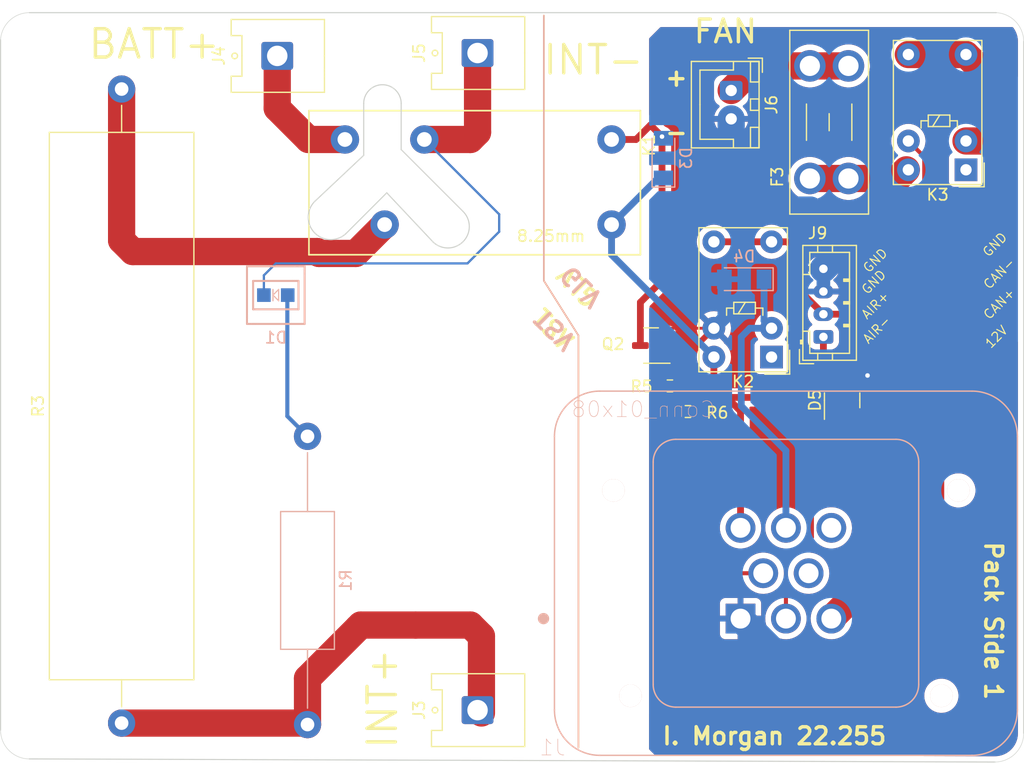
<source format=kicad_pcb>
(kicad_pcb (version 20211014) (generator pcbnew)
  (layers (0 "F.Cu" signal) (31 "B.Cu" signal) (34 "B.Paste" user) (35 "F.Paste" user) (36 "B.SilkS" user "B.Silkscreen") (37 "F.SilkS" user "F.Silkscreen") (38 "B.Mask" user) (39 "F.Mask" user) (44 "Edge.Cuts" user))
  (net 0 "")
  (net 1 "/INT-")
  (net 2 "Net-(D1-Pad2)")
  (net 3 "Net-(D3-Pad2)")
  (net 4 "/MAIN_CONT")
  (net 5 "GND")
  (net 6 "/AIR_B+")
  (net 7 "unconnected-(J1-Pad8)")
  (net 9 "/B+")
  (net 10 "+12V")
  (net 11 "/PRECHARGE")
  (net 12 "/AIR_B-")
  (net 13 "/INT+")
  (net 14 "Net-(K1-Pad5)")
  (net 16 "Net-(Q2-Pad1)")
  (net 17 "Net-(F3-Pad2)")
  (net 18 "/FAN_OUT")
  (net 19 "/BMS_FAN")
  (footprint "Connector_JST:JST_PH_B4B-PH-K_1x04_P2.00mm_Vertical" (layer "F.Cu") (at 186.182 78.105 90)
    (fp_text reference "J9" (at 9.144 -0.508) (layer "F.SilkS"))
    (fp_text value "JST PH")
    (fp_line (start -2.36 -2.11) (end -2.36 -0.86) (layer "F.SilkS") (width 0.12))
    (fp_line (start 8.06 0.8) (end 7.45 0.8) (layer "F.SilkS") (width 0.12))
    (fp_line (start 0.5 -1.81) (end 0.5 -1.2) (layer "F.SilkS") (width 0.12))
    (fp_line (start 2.9 2.3) (end 2.9 1.8) (layer "F.SilkS") (width 0.12))
    (fp_line (start -0.3 -1.81) (end -0.3 -2.01) (layer "F.SilkS") (width 0.12))
    (fp_line (start 0.9 2.3) (end 0.9 1.8) (layer "F.SilkS") (width 0.12))
    (fp_line (start 8.06 -0.5) (end 7.45 -0.5) (layer "F.SilkS") (width 0.12))
    (fp_line (start -2.06 -0.5) (end -1.45 -0.5) (layer "F.SilkS") (width 0.12))
    (fp_line (start -0.3 -1.91) (end -0.6 -1.91) (layer "F.SilkS") (width 0.12))
    (fp_line (start 5 2.3) (end 5 1.8) (layer "F.SilkS") (width 0.12))
    (fp_line (start -0.3 -2.01) (end -0.6 -2.01) (layer "F.SilkS") (width 0.12))
    (fp_line (start -2.06 -1.81) (end -2.06 2.91) (layer "F.SilkS") (width 0.12))
    (fp_line (start 1 2.3) (end 1 1.8) (layer "F.SilkS") (width 0.12))
    (fp_line (start 3 2.3) (end 3 1.8) (layer "F.SilkS") (width 0.12))
    (fp_line (start -1.45 2.3) (end 7.45 2.3) (layer "F.SilkS") (width 0.12))
    (fp_line (start -0.6 -2.01) (end -0.6 -1.81) (layer "F.SilkS") (width 0.12))
    (fp_line (start 4.9 1.8) (end 5.1 1.8) (layer "F.SilkS") (width 0.12))
    (fp_line (start 7.45 -1.2) (end 5.5 -1.2) (layer "F.SilkS") (width 0.12))
    (fp_line (start 7.45 2.3) (end 7.45 -1.2) (layer "F.SilkS") (width 0.12))
    (fp_line (start 8.06 -1.81) (end -2.06 -1.81) (layer "F.SilkS") (width 0.12))
    (fp_line (start -1.45 -1.2) (end -1.45 2.3) (layer "F.SilkS") (width 0.12))
    (fp_line (start -2.06 2.91) (end 8.06 2.91) (layer "F.SilkS") (width 0.12))
    (fp_line (start 3.1 1.8) (end 3.1 2.3) (layer "F.SilkS") (width 0.12))
    (fp_line (start -2.06 0.8) (end -1.45 0.8) (layer "F.SilkS") (width 0.12))
    (fp_line (start 8.06 2.91) (end 8.06 -1.81) (layer "F.SilkS") (width 0.12))
    (fp_line (start 5.5 -1.2) (end 5.5 -1.81) (layer "F.SilkS") (width 0.12))
    (fp_line (start 4.9 2.3) (end 4.9 1.8) (layer "F.SilkS") (width 0.12))
    (fp_line (start 5.1 1.8) (end 5.1 2.3) (layer "F.SilkS") (width 0.12))
    (fp_line (start 0.9 1.8) (end 1.1 1.8) (layer "F.SilkS") (width 0.12))
    (fp_line (start 0.5 -1.2) (end -1.45 -1.2) (layer "F.SilkS") (width 0.12))
    (fp_line (start -1.11 -2.11) (end -2.36 -2.11) (layer "F.SilkS") (width 0.12))
    (fp_line (start 2.9 1.8) (end 3.1 1.8) (layer "F.SilkS") (width 0.12))
    (fp_line (start 1.1 1.8) (end 1.1 2.3) (layer "F.SilkS") (width 0.12))
    (pad "1" thru_hole roundrect locked (at 0 0 90) (size 1.2 1.75) (drill 0.75) (layers *.Cu *.Mask) (roundrect_rratio 0.2083333333) (net 12 "/AIR_B-"))
    (pad "2" thru_hole oval locked (at 2 0 90) (size 1.2 1.75) (drill 0.75) (layers *.Cu *.Mask) (net 6 "/AIR_B+"))
    (pad "3" thru_hole oval locked (at 4 0 90) (size 1.2 1.75) (drill 0.75) (layers *.Cu *.Mask) (net 5 "GND"))
    (pad "4" thru_hole oval locked (at 6 0 90) (size 1.2 1.75) (drill 0.75) (layers *.Cu *.Mask) (net 5 "GND"))
  )
  (footprint "Relay_THT:Relay_SPDT_Omron_G5V-1" (layer "F.Cu") (at 198.7495 63.3775 180)
    (fp_text reference "K3" (at 2.5 -2.2) (layer "F.SilkS"))
    (fp_text value "G5V-1")
    (fp_line (start 3.327 3.81) (end 1.422 3.81) (layer "F.SilkS") (width 0.12))
    (fp_line (start 0.762 3.683) (end 0.762 4.318) (layer "F.SilkS") (width 0.12))
    (fp_line (start 6.4 11.4) (end -1.4 11.4) (layer "F.SilkS") (width 0.12))
    (fp_line (start 1.422 4.826) (end 3.327 4.826) (layer "F.SilkS") (width 0.12))
    (fp_line (start -1.4 -1.3) (end 6.4 -1.3) (layer "F.SilkS") (width 0.12))
    (fp_line (start 3.962 4.318) (end 3.327 4.318) (layer "F.SilkS") (width 0.12))
    (fp_line (start 1.422 3.81) (end 1.422 4.826) (layer "F.SilkS") (width 0.12))
    (fp_line (start 2.946 3.81) (end 2.311 4.826) (layer "F.SilkS") (width 0.12))
    (fp_line (start -1.6 0.6) (end -1.6 -1.5) (layer "F.SilkS") (width 0.12))
    (fp_line (start 3.962 3.683) (end 3.962 4.318) (layer "F.SilkS") (width 0.12))
    (fp_line (start 6.4 -1.3) (end 6.4 11.4) (layer "F.SilkS") (width 0.12))
    (fp_line (start 0.762 4.318) (end 1.422 4.318) (layer "F.SilkS") (width 0.12))
    (fp_line (start -1.4 11.4) (end -1.4 -1.3) (layer "F.SilkS") (width 0.12))
    (fp_line (start 3.327 3.81) (end 3.327 4.826) (layer "F.SilkS") (width 0.12))
    (fp_line (start -1.6 -1.5) (end 0.6 -1.5) (layer "F.SilkS") (width 0.12))
    (pad "1" thru_hole rect locked (at 0 0 180) (size 2 2) (drill 1) (layers *.Cu *.Mask))
    (pad "2" thru_hole circle locked (at 0 2.54 180) (size 2 2) (drill 1) (layers *.Cu *.Mask) (net 10 "+12V"))
    (pad "5" thru_hole circle locked (at 0 10.16 180) (size 2 2) (drill 1) (layers *.Cu *.Mask) (net 10 "+12V"))
    (pad "6" thru_hole circle locked (at 5.08 10.16 180) (size 2 2) (drill 1) (layers *.Cu *.Mask) (net 10 "+12V"))
    (pad "9" thru_hole circle locked (at 5.08 2.54 180) (size 2 2) (drill 1) (layers *.Cu *.Mask) (net 19 "/BMS_FAN"))
    (pad "10" thru_hole circle locked (at 5.08 0 180) (size 2 2) (drill 1) (layers *.Cu *.Mask) (net 18 "/FAN_OUT"))
  )
  (footprint "AERO_Footprints:G2RL" (layer "F.Cu") (at 154.813 64.516 180)
    (fp_text reference "K1" (at -16.002 3.302 90) (layer "F.SilkS"))
    (fp_text value "G2RL")
    (fp_line (start -15.24 -6.35) (end 13.97 -6.35) (layer "F.SilkS") (width 0.15))
    (fp_line (start 13.97 -6.35) (end 13.97 6.35) (layer "F.SilkS") (width 0.15))
    (fp_line (start -15.24 6.35) (end -15.24 -6.35) (layer "F.SilkS") (width 0.15))
    (fp_line (start 13.97 6.35) (end -15.24 6.35) (layer "F.SilkS") (width 0.15))
    (pad "1" thru_hole circle locked (at 3.8 3.81 180) (size 2.5 2.5) (drill 1.3) (layers *.Cu *.Mask) (net 1 "/INT-"))
    (pad "2" thru_hole circle locked (at -12.7 -3.69 180) (size 2.5 2.5) (drill 1.3) (layers *.Cu *.Mask) (net 12 "/AIR_B-"))
    (pad "5" thru_hole circle locked (at 7.3 -3.69 180) (size 2.5 2.5) (drill 1.3) (layers *.Cu *.Mask) (net 14 "Net-(K1-Pad5)"))
    (pad "9" thru_hole circle locked (at -12.7 3.81 180) (size 2.5 2.5) (drill 1.3) (layers *.Cu *.Mask) (net 3 "Net-(D3-Pad2)"))
    (pad "10" thru_hole circle locked (at 10.8 3.81 180) (size 2.5 2.5) (drill 1.3) (layers *.Cu *.Mask) (net 9 "/B+"))
  )
  (footprint "AERO_Footprints:Fuseholder_Blade_Mini_Keystone_3568" (layer "F.Cu") (at 184.99 64.142 90)
    (fp_text reference "F3" (at 0.134 -2.872 90) (layer "F.SilkS"))
    (fp_text value "Fuse")
    (fp_line (start 6.56 3.7) (end 3.36 3.7) (layer "F.SilkS") (width 0.12))
    (fp_line (start 13.06 -1.77) (end -3.14 -1.77) (layer "F.SilkS") (width 0.12))
    (fp_line (start 3.36 -0.3) (end 6.56 -0.3) (layer "F.SilkS") (width 0.12))
    (fp_line (start -3.14 5.17) (end 13.06 5.17) (layer "F.SilkS") (width 0.12))
    (fp_line (start 4.21 1.7) (end 5.71 1.7) (layer "F.SilkS") (width 0.12))
    (fp_line (start -3.14 -1.77) (end -3.14 5.17) (layer "F.SilkS") (width 0.12))
    (fp_line (start 13.06 5.17) (end 13.06 -1.77) (layer "F.SilkS") (width 0.12))
    (pad "1" thru_hole circle locked (at 0 3.4 90) (size 2.78 2.78) (drill 1.78) (layers *.Cu *.Mask) (net 18 "/FAN_OUT"))
    (pad "1" thru_hole circle locked (at 0 0 90) (size 2.78 2.78) (drill 1.78) (layers *.Cu *.Mask) (net 18 "/FAN_OUT"))
    (pad "2" thru_hole circle locked (at 9.92 0 90) (size 2.78 2.78) (drill 1.78) (layers *.Cu *.Mask) (net 17 "Net-(F3-Pad2)"))
    (pad "2" thru_hole circle locked (at 9.92 3.4 90) (size 2.78 2.78) (drill 1.78) (layers *.Cu *.Mask) (net 17 "Net-(F3-Pad2)"))
  )
  (footprint "Connector_Hirose:Hirose_DF63M-1P-3.96DSA_1x01_P3.96mm_Vertical" (layer "F.Cu") (at 155.702 110.998 90)
    (fp_text reference "J3" (at 0 -5.15 90) (layer "F.SilkS"))
    (fp_text value "Conn_01x01")
    (fp_line (start 0 4.16) (end 3.21 4.16) (layer "F.SilkS") (width 0.12))
    (fp_line (start 3.21 4.16) (end 3.21 -4.06) (layer "F.SilkS") (width 0.12))
    (fp_line (start 1.79 -4.06) (end 1.79 -3.11) (layer "F.SilkS") (width 0.12))
    (fp_line (start 3.21 -4.06) (end 1.79 -4.06) (layer "F.SilkS") (width 0.12))
    (fp_line (start 1.79 -3.11) (end 0 -3.11) (layer "F.SilkS") (width 0.12))
    (fp_line (start -3.21 -4.06) (end -1.79 -4.06) (layer "F.SilkS") (width 0.12))
    (fp_line (start 0 4.16) (end -3.21 4.16) (layer "F.SilkS") (width 0.12))
    (fp_line (start -1.79 -3.11) (end 0 -3.11) (layer "F.SilkS") (width 0.12))
    (fp_line (start -1.79 -4.06) (end -1.79 -3.11) (layer "F.SilkS") (width 0.12))
    (fp_line (start -3.21 4.16) (end -3.21 -4.06) (layer "F.SilkS") (width 0.12))
    (fp_circle (center 0 -3.75) (end 0.25 -3.75) (layer "F.SilkS") (width 0.12) (fill none))
    (pad "" np_thru_hole circle locked (at -1.5 3.25 90) (size 1.6 1.6) (drill 1.6) (layers *.Cu *.Mask))
    (pad "1" thru_hole roundrect locked (at 0 0 90) (size 2.46 2.8) (drill 1.8) (layers *.Cu *.Mask) (roundrect_rratio 0.1016260163) (net 13 "/INT+"))
  )
  (footprint "Package_TO_SOT_SMD:SOT-23" (layer "F.Cu") (at 170.9905 78.867 180)
    (fp_text reference "Q2" (at 3.3505 0.127) (layer "F.SilkS"))
    (fp_text value "MMBT2222A")
    (fp_line (start 0 -1.56) (end -1.675 -1.56) (layer "F.SilkS") (width 0.12))
    (fp_line (start 0 -1.56) (end 0.65 -1.56) (layer "F.SilkS") (width 0.12))
    (fp_line (start 0 1.56) (end -0.65 1.56) (layer "F.SilkS") (width 0.12))
    (fp_line (start 0 1.56) (end 0.65 1.56) (layer "F.SilkS") (width 0.12))
    (pad "1" smd roundrect locked (at -0.9375 -0.95 180) (size 1.475 0.6) (layers "F.Cu" "F.Paste" "F.Mask") (net 16 "Net-(Q2-Pad1)"))
    (pad "2" smd roundrect locked (at -0.9375 0.95 180) (size 1.475 0.6) (layers "F.Cu" "F.Paste" "F.Mask") (net 5 "GND"))
    (pad "3" smd roundrect locked (at 0.9375 0 180) (size 1.475 0.6) (layers "F.Cu" "F.Paste" "F.Mask") (net 3 "Net-(D3-Pad2)"))
  )
  (footprint "Connector_JST:JST_XH_B2B-XH-A_1x02_P2.50mm_Vertical" (layer "F.Cu") (at 178.054 56.388 -90)
    (fp_text reference "J6" (at 1.25 -3.55 90) (layer "F.SilkS"))
    (fp_text value "Conn_01x02")
    (fp_line (start -2.55 -1.7) (end -0.75 -1.7) (layer "F.SilkS") (width 0.12))
    (fp_line (start -0.75 -2.45) (end -2.55 -2.45) (layer "F.SilkS") (width 0.12))
    (fp_line (start 5.06 -2.46) (end -2.56 -2.46) (layer "F.SilkS") (width 0.12))
    (fp_line (start -0.75 -1.7) (end -0.75 -2.45) (layer "F.SilkS") (width 0.12))
    (fp_line (start -1.8 2.75) (end 1.25 2.75) (layer "F.SilkS") (width 0.12))
    (fp_line (start -1.6 -2.75) (end -2.85 -2.75) (layer "F.SilkS") (width 0.12))
    (fp_line (start 0.75 -2.45) (end 0.75 -1.7) (layer "F.SilkS") (width 0.12))
    (fp_line (start 5.06 3.51) (end 5.06 -2.46) (layer "F.SilkS") (width 0.12))
    (fp_line (start 5.05 -1.7) (end 5.05 -2.45) (layer "F.SilkS") (width 0.12))
    (fp_line (start 1.75 -1.7) (end 1.75 -2.45) (layer "F.SilkS") (width 0.12))
    (fp_line (start 1.75 -2.45) (end 0.75 -2.45) (layer "F.SilkS") (width 0.12))
    (fp_line (start 4.3 2.75) (end 1.25 2.75) (layer "F.SilkS") (width 0.12))
    (fp_line (start -2.55 -2.45) (end -2.55 -1.7) (layer "F.SilkS") (width 0.12))
    (fp_line (start 0.75 -1.7) (end 1.75 -1.7) (layer "F.SilkS") (width 0.12))
    (fp_line (start 5.05 -0.2) (end 4.3 -0.2) (layer "F.SilkS") (width 0.12))
    (fp_line (start 5.05 -2.45) (end 3.25 -2.45) (layer "F.SilkS") (width 0.12))
    (fp_line (start -2.56 3.51) (end 5.06 3.51) (layer "F.SilkS") (width 0.12))
    (fp_line (start -2.56 -2.46) (end -2.56 3.51) (layer "F.SilkS") (width 0.12))
    (fp_line (start 3.25 -2.45) (end 3.25 -1.7) (layer "F.SilkS") (width 0.12))
    (fp_line (start 3.25 -1.7) (end 5.05 -1.7) (layer "F.SilkS") (width 0.12))
    (fp_line (start -2.85 -2.75) (end -2.85 -1.5) (layer "F.SilkS") (width 0.12))
    (fp_line (start -2.55 -0.2) (end -1.8 -0.2) (layer "F.SilkS") (width 0.12))
    (fp_line (start 4.3 -0.2) (end 4.3 2.75) (layer "F.SilkS") (width 0.12))
    (fp_line (start -1.8 -0.2) (end -1.8 2.75) (layer "F.SilkS") (width 0.12))
    (pad "1" thru_hole roundrect locked (at 0 0 270) (size 1.7 2) (drill 1) (layers *.Cu *.Mask) (roundrect_rratio 0.1470588235) (net 17 "Net-(F3-Pad2)"))
    (pad "2" thru_hole oval locked (at 2.5 0 270) (size 1.7 2) (drill 1) (layers *.Cu *.Mask) (net 5 "GND"))
  )
  (footprint "Resistor_SMD:R_0603_1608Metric" (layer "F.Cu") (at 172.656 82.423)
    (fp_text reference "R5" (at -2.5014 0.0508) (layer "F.SilkS"))
    (fp_text value "10k")
    (fp_line (start -0.237258 -0.5225) (end 0.237258 -0.5225) (layer "F.SilkS") (width 0.12))
    (fp_line (start -0.237258 0.5225) (end 0.237258 0.5225) (layer "F.SilkS") (width 0.12))
    (pad "1" smd roundrect locked (at -0.825 0) (size 0.8 0.95) (layers "F.Cu" "F.Paste" "F.Mask") (net 16 "Net-(Q2-Pad1)"))
    (pad "2" smd roundrect locked (at 0.825 0) (size 0.8 0.95) (layers "F.Cu" "F.Paste" "F.Mask") (net 11 "/PRECHARGE"))
  )
  (footprint "Resistor_THT:R_Axial_Power_L48.0mm_W12.5mm_P55.88mm" (layer "F.Cu") (at 124.333 112.141 90)
    (fp_text reference "R3" (at 27.94 -7.37 90) (layer "F.SilkS"))
    (fp_text value "500")
    (fp_line (start 52.06 6.37) (end 52.06 -6.37) (layer "F.SilkS") (width 0.12))
    (fp_line (start 3.82 6.37) (end 52.06 6.37) (layer "F.SilkS") (width 0.12))
    (fp_line (start 1.44 0) (end 3.82 0) (layer "F.SilkS") (width 0.12))
    (fp_line (start 52.06 -6.37) (end 3.82 -6.37) (layer "F.SilkS") (width 0.12))
    (fp_line (start 54.44 0) (end 52.06 0) (layer "F.SilkS") (width 0.12))
    (fp_line (start 3.82 -6.37) (end 3.82 6.37) (layer "F.SilkS") (width 0.12))
    (pad "1" thru_hole circle (at 0 0 90) (size 2.4 2.4) (drill 1.2) (layers *.Cu *.Mask) (net 13 "/INT+"))
    (pad "2" thru_hole oval (at 55.88 0 90) (size 2.4 2.4) (drill 1.2) (layers *.Cu *.Mask) (net 14 "Net-(K1-Pad5)"))
  )
  (footprint "Connector_Hirose:Hirose_DF63M-1P-3.96DSA_1x01_P3.96mm_Vertical" (layer "F.Cu") (at 138.049 53.34 90)
    (fp_text reference "J4" (at 0 -5.15 90) (layer "F.SilkS"))
    (fp_text value "Conn_01x01")
    (fp_line (start 0 4.16) (end 3.21 4.16) (layer "F.SilkS") (width 0.12))
    (fp_line (start -1.79 -3.11) (end 0 -3.11) (layer "F.SilkS") (width 0.12))
    (fp_line (start 0 4.16) (end -3.21 4.16) (layer "F.SilkS") (width 0.12))
    (fp_line (start 3.21 -4.06) (end 1.79 -4.06) (layer "F.SilkS") (width 0.12))
    (fp_line (start -1.79 -4.06) (end -1.79 -3.11) (layer "F.SilkS") (width 0.12))
    (fp_line (start 1.79 -4.06) (end 1.79 -3.11) (layer "F.SilkS") (width 0.12))
    (fp_line (start 1.79 -3.11) (end 0 -3.11) (layer "F.SilkS") (width 0.12))
    (fp_line (start 3.21 4.16) (end 3.21 -4.06) (layer "F.SilkS") (width 0.12))
    (fp_line (start -3.21 -4.06) (end -1.79 -4.06) (layer "F.SilkS") (width 0.12))
    (fp_line (start -3.21 4.16) (end -3.21 -4.06) (layer "F.SilkS") (width 0.12))
    (fp_circle (center 0 -3.75) (end 0.25 -3.75) (layer "F.SilkS") (width 0.12) (fill none))
    (pad "" np_thru_hole circle locked (at -1.5 3.25 90) (size 1.6 1.6) (drill 1.6) (layers *.Cu *.Mask))
    (pad "1" thru_hole roundrect locked (at 0 0 90) (size 2.46 2.8) (drill 1.8) (layers *.Cu *.Mask) (roundrect_rratio 0.1016260163) (net 9 "/B+"))
  )
  (footprint "Package_TO_SOT_SMD:SOT-23" (layer "F.Cu") (at 187.833 83.693 90)
    (fp_text reference "D5" (at 0 -2.4 90) (layer "F.SilkS"))
    (fp_text value "MMBZxx")
    (fp_line (start 0 -1.56) (end -1.675 -1.56) (layer "F.SilkS") (width 0.12))
    (fp_line (start 0 1.56) (end 0.65 1.56) (layer "F.SilkS") (width 0.12))
    (fp_line (start 0 -1.56) (end 0.65 -1.56) (layer "F.SilkS") (width 0.12))
    (fp_line (start 0 1.56) (end -0.65 1.56) (layer "F.SilkS") (width 0.12))
    (pad "1" smd roundrect locked (at -0.9375 -0.95 90) (size 1.475 0.6) (layers "F.Cu" "F.Paste" "F.Mask") (net 12 "/AIR_B-"))
    (pad "2" smd roundrect locked (at -0.9375 0.95 90) (size 1.475 0.6) (layers "F.Cu" "F.Paste" "F.Mask") (net 6 "/AIR_B+"))
    (pad "3" smd roundrect locked (at 0.9375 0 90) (size 1.475 0.6) (layers "F.Cu" "F.Paste" "F.Mask") (net 5 "GND"))
  )
  (footprint "Connector_Hirose:Hirose_DF63M-1P-3.96DSA_1x01_P3.96mm_Vertical" (layer "F.Cu") (at 155.702 53.086 90)
    (fp_text reference "J5" (at 0 -5.15 90) (layer "F.SilkS"))
    (fp_text value "Conn_01x01")
    (fp_line (start -1.79 -4.06) (end -1.79 -3.11) (layer "F.SilkS") (width 0.12))
    (fp_line (start 1.79 -4.06) (end 1.79 -3.11) (layer "F.SilkS") (width 0.12))
    (fp_line (start 3.21 -4.06) (end 1.79 -4.06) (layer "F.SilkS") (width 0.12))
    (fp_line (start -3.21 4.16) (end -3.21 -4.06) (layer "F.SilkS") (width 0.12))
    (fp_line (start -3.21 -4.06) (end -1.79 -4.06) (layer "F.SilkS") (width 0.12))
    (fp_line (start 0 4.16) (end 3.21 4.16) (layer "F.SilkS") (width 0.12))
    (fp_line (start 0 4.16) (end -3.21 4.16) (layer "F.SilkS") (width 0.12))
    (fp_line (start -1.79 -3.11) (end 0 -3.11) (layer "F.SilkS") (width 0.12))
    (fp_line (start 1.79 -3.11) (end 0 -3.11) (layer "F.SilkS") (width 0.12))
    (fp_line (start 3.21 4.16) (end 3.21 -4.06) (layer "F.SilkS") (width 0.12))
    (fp_circle (center 0 -3.75) (end 0.25 -3.75) (layer "F.SilkS") (width 0.12) (fill none))
    (pad "" np_thru_hole circle locked (at -1.5 3.25 90) (size 1.6 1.6) (drill 1.6) (layers *.Cu *.Mask))
    (pad "1" thru_hole roundrect locked (at 0 0 90) (size 2.46 2.8) (drill 1.8) (layers *.Cu *.Mask) (roundrect_rratio 0.1016260163) (net 1 "/INT-"))
  )
  (footprint "Resistor_SMD:R_0603_1608Metric" (layer "F.Cu") (at 174.244 84.6836 180)
    (fp_text reference "R6" (at -2.5908 -0.1016) (layer "F.SilkS"))
    (fp_text value "2k")
    (fp_line (start -0.237258 -0.5225) (end 0.237258 -0.5225) (layer "F.SilkS") (width 0.12))
    (fp_line (start -0.237258 0.5225) (end 0.237258 0.5225) (layer "F.SilkS") (width 0.12))
    (pad "1" smd roundrect locked (at -0.825 0 180) (size 0.8 0.95) (layers "F.Cu" "F.Paste" "F.Mask") (net 5 "GND"))
    (pad "2" smd roundrect locked (at 0.825 0 180) (size 0.8 0.95) (layers "F.Cu" "F.Paste" "F.Mask") (net 11 "/PRECHARGE"))
  )
  (footprint "Relay_THT:Relay_SPDT_Omron_G5V-1" (layer "F.Cu") (at 181.61 79.883 180)
    (fp_text reference "K2" (at 2.5 -2.159) (layer "F.SilkS"))
    (fp_text value "G5V-1")
    (fp_line (start -1.6 -1.5) (end 0.6 -1.5) (layer "F.SilkS") (width 0.12))
    (fp_line (start 0.762 3.683) (end 0.762 4.318) (layer "F.SilkS") (width 0.12))
    (fp_line (start 3.962 3.683) (end 3.962 4.318) (layer "F.SilkS") (width 0.12))
    (fp_line (start -1.4 -1.3) (end 6.4 -1.3) (layer "F.SilkS") (width 0.12))
    (fp_line (start 1.422 4.826) (end 3.327 4.826) (layer "F.SilkS") (width 0.12))
    (fp_line (start 6.4 11.4) (end -1.4 11.4) (layer "F.SilkS") (width 0.12))
    (fp_line (start 3.327 3.81) (end 1.422 3.81) (layer "F.SilkS") (width 0.12))
    (fp_line (start 6.4 -1.3) (end 6.4 11.4) (layer "F.SilkS") (width 0.12))
    (fp_line (start -1.6 0.6) (end -1.6 -1.5) (layer "F.SilkS") (width 0.12))
    (fp_line (start 2.946 3.81) (end 2.311 4.826) (layer "F.SilkS") (width 0.12))
    (fp_line (start 1.422 3.81) (end 1.422 4.826) (layer "F.SilkS") (width 0.12))
    (fp_line (start 0.762 4.318) (end 1.422 4.318) (layer "F.SilkS") (width 0.12))
    (fp_line (start 3.327 3.81) (end 3.327 4.826) (layer "F.SilkS") (width 0.12))
    (fp_line (start -1.4 11.4) (end -1.4 -1.3) (layer "F.SilkS") (width 0.12))
    (fp_line (start 3.962 4.318) (end 3.327 4.318) (layer "F.SilkS") (width 0.12))
    (pad "1" thru_hole rect locked (at 0 0 180) (size 2 2) (drill 1) (layers *.Cu *.Mask))
    (pad "2" thru_hole circle locked (at 0 2.54 180) (size 2 2) (drill 1) (layers *.Cu *.Mask) (net 4 "/MAIN_CONT"))
    (pad "5" thru_hole circle locked (at 0 10.16 180) (size 2 2) (drill 1) (layers *.Cu *.Mask) (net 6 "/AIR_B+"))
    (pad "6" thru_hole circle locked (at 5.08 10.16 180) (size 2 2) (drill 1) (layers *.Cu *.Mask) (net 6 "/AIR_B+"))
    (pad "9" thru_hole circle locked (at 5.08 2.54 180) (size 2 2) (drill 1) (layers *.Cu *.Mask) (net 5 "GND"))
    (pad "10" thru_hole circle locked (at 5.08 0 180) (size 2 2) (drill 1) (layers *.Cu *.Mask) (net 12 "/AIR_B-"))
  )
  (footprint "Diode_SMD:D_MiniMELF" (layer "B.Cu") (at 172.085 62.35 90)
    (fp_text reference "D3" (at 0 2 90) (layer "B.SilkS") (effects (justify mirror)))
    (fp_text value "1N4148")
    (fp_line (start -2.55 -1) (end 1.75 -1) (layer "B.SilkS") (width 0.12))
    (fp_line (start 1.75 1) (end -2.55 1) (layer "B.SilkS") (width 0.12))
    (fp_line (start -2.55 1) (end -2.55 -1) (layer "B.SilkS") (width 0.12))
    (pad "1" smd rect locked (at -1.75 0 90) (size 1.3 1.7) (layers "B.Cu" "B.Paste" "B.Mask") (net 12 "/AIR_B-"))
    (pad "2" smd rect locked (at 1.75 0 90) (size 1.3 1.7) (layers "B.Cu" "B.Paste" "B.Mask") (net 3 "Net-(D3-Pad2)"))
  )
  (footprint "Diode_SMD:D_MiniMELF" (layer "B.Cu") (at 179.2025 73.0205 180)
    (fp_text reference "D4" (at 0 2) (layer "B.SilkS") (effects (justify mirror)))
    (fp_text value "1N4148")
    (fp_line (start -2.55 1) (end -2.55 -1) (layer "B.SilkS") (width 0.12))
    (fp_line (start 1.75 1) (end -2.55 1) (layer "B.SilkS") (width 0.12))
    (fp_line (start -2.55 -1) (end 1.75 -1) (layer "B.SilkS") (width 0.12))
    (pad "1" smd rect locked (at -1.75 0 180) (size 1.3 1.7) (layers "B.Cu" "B.Paste" "B.Mask") (net 4 "/MAIN_CONT"))
    (pad "2" smd rect locked (at 1.75 0 180) (size 1.3 1.7) (layers "B.Cu" "B.Paste" "B.Mask") (net 5 "GND"))
  )
  (footprint "AERO_Footprints:TE_1-776276-1_8pin_Vertical" (layer "B.Cu") (at 182.88 98.933)
    (fp_text reference "J1" (at -20.574 15.367) (layer "B.SilkS") (effects (font (size 1.40074 1.40074) (thickness 0.05)) (justify mirror)))
    (fp_text value "Conn_01x08" (at -12.5639 -14.4485) (layer "B.SilkS") (effects (font (size 1.40099 1.40099) (thickness 0.05)) (justify mirror)))
    (fp_line (start 11.7 9.8) (end 11.7 -9.8) (layer "B.SilkS") (width 0.127))
    (fp_line (start 16.4 16.05) (end -16.4 16.05) (layer "B.SilkS") (width 0.127))
    (fp_line (start 9.7 -11.8) (end -9.7 -11.8) (layer "B.SilkS") (width 0.127))
    (fp_line (start -16.4 -16.05) (end 16.4 -16.05) (layer "B.SilkS") (width 0.127))
    (fp_line (start -20.4 12.05) (end -20.4 -12.05) (layer "B.SilkS") (width 0.127))
    (fp_line (start 20.4 -12.05) (end 20.4 12.05) (layer "B.SilkS") (width 0.127))
    (fp_line (start -9.7 11.8) (end 9.7 11.8) (layer "B.SilkS") (width 0.127))
    (fp_line (start -11.7 -9.8) (end -11.7 9.8) (layer "B.SilkS") (width 0.127))
    (fp_arc (start -11.7 -9.8) (mid -11.114214 -11.214214) (end -9.7 -11.8) (layer "B.SilkS") (width 0.127))
    (fp_arc (start -20.4 -12.05) (mid -19.228427 -14.878427) (end -16.4 -16.05) (layer "B.SilkS") (width 0.127))
    (fp_arc (start 16.4 -16.05) (mid 19.228427 -14.878427) (end 20.4 -12.05) (layer "B.SilkS") (width 0.127))
    (fp_arc (start 9.7 -11.8) (mid 11.114214 -11.214214) (end 11.7 -9.8) (layer "B.SilkS") (width 0.127))
    (fp_arc (start 11.7 9.8) (mid 11.114214 11.214214) (end 9.7 11.8) (layer "B.SilkS") (width 0.127))
    (fp_arc (start 20.4 12.05) (mid 19.228427 14.878427) (end 16.4 16.05) (layer "B.SilkS") (width 0.127))
    (fp_arc (start -9.7 11.8) (mid -11.114214 11.214214) (end -11.7 9.8) (layer "B.SilkS") (width 0.127))
    (fp_arc (start -16.4 16.05) (mid -19.228427 14.878427) (end -20.4 12.05) (layer "B.SilkS") (width 0.127))
    (fp_circle (center -21.365 4) (end -21.115 4) (layer "B.SilkS") (width 0.5) (fill none))
    (pad "" np_thru_hole circle locked (at 13.7 10.8) (size 2 2) (drill 2) (layers *.Cu *.Mask "B.SilkS"))
    (pad "" np_thru_hole circle locked (at -15.2 -7.3) (size 2 2) (drill 2) (layers *.Cu *.Mask "B.SilkS"))
    (pad "" np_thru_hole circle locked (at 15.2 -7.3) (size 2 2) (drill 2) (layers *.Cu *.Mask "B.SilkS"))
    (pad "" np_thru_hole circle locked (at -13.7 10.8) (size 2 2) (drill 2) (layers *.Cu *.Mask "B.SilkS"))
    (pad "1" thru_hole rect locked (at -4 4) (size 2.625 2.625) (drill 1.75) (layers *.Cu *.Mask) (net 5 "GND"))
    (pad "2" thru_hole circle locked (at 0 4) (size 2.625 2.625) (drill 1.75) (layers *.Cu *.Mask) (net 19 "/BMS_FAN"))
    (pad "3" thru_hole circle locked (at 4 4) (size 2.625 2.625) (drill 1.75) (layers *.Cu *.Mask) (net 10 "+12V"))
    (pad "4" thru_hole circle locked (at -2 0) (size 2.625 2.625) (drill 1.75) (layers *.Cu *.Mask) (net 11 "/PRECHARGE"))
    (pad "5" thru_hole circle locked (at 2 0) (size 2.625 2.625) (drill 1.75) (layers *.Cu *.Mask))
    (pad "6" thru_hole circle locked (at -4 -4) (size 2.625 2.625) (drill 1.75) (layers *.Cu *.Mask) (net 12 "/AIR_B-"))
    (pad "7" thru_hole circle locked (at 0 -4) (size 2.625 2.625) (drill 1.75) (layers *.Cu *.Mask) (net 4 "/MAIN_CONT"))
    (pad "8" thru_hole circle locked (at 4 -4) (size 2.625 2.625) (drill 1.75) (layers *.Cu *.Mask) (net 7 "unconnected-(J1-Pad8)"))
  )
  (footprint "Resistor_THT:R_Axial_DIN0414_L11.9mm_D4.5mm_P25.40mm_Horizontal" (layer "B.Cu") (at 140.716 112.268 90)
    (fp_text reference "R1" (at 12.7 3.37 90) (layer "B.SilkS") (effects (justify mirror)))
    (fp_text value "1.5k")
    (fp_line (start 18.77 -2.37) (end 18.77 2.37) (layer "B.SilkS") (width 0.12))
    (fp_line (start 6.63 2.37) (end 6.63 -2.37) (layer "B.SilkS") (width 0.12))
    (fp_line (start 1.44 0) (end 6.63 0) (layer "B.SilkS") (width 0.12))
    (fp_line (start 18.77 2.37) (end 6.63 2.37) (layer "B.SilkS") (width 0.12))
    (fp_line (start 6.63 -2.37) (end 18.77 -2.37) (layer "B.SilkS") (width 0.12))
    (fp_line (start 23.96 0) (end 18.77 0) (layer "B.SilkS") (width 0.12))
    (pad "1" thru_hole circle locked (at 0 0 90) (size 2.4 2.4) (drill 1.2) (layers *.Cu *.Mask) (net 13 "/INT+"))
    (pad "2" thru_hole oval locked (at 25.4 0 90) (size 2.4 2.4) (drill 1.2) (layers *.Cu *.Mask) (net 2 "Net-(D1-Pad2)"))
  )
  (footprint "AERO_Footprints:LPA-C011301S-x LED 0805 LIGHT PIPE SINGLE VERT SMD" (layer "B.Cu") (at 137.922 74.422)
    (fp_text reference "D1" (at 0 3.75 180) (layer "B.SilkS") (effects (justify mirror)))
    (fp_text value "LED")
    (fp_line (start -2 -1.25) (end -2 1.25) (layer "B.SilkS") (width 0.18))
    (fp_line (start 2 -1.25) (end -2 -1.25) (layer "B.SilkS") (width 0.18))
    (fp_line (start -2 1.25) (end 2 1.25) (layer "B.SilkS") (width 0.18))
    (fp_line (start 2.54 2.54) (end 2.54 -2.54) (layer "B.SilkS") (width 0.18))
    (fp_line (start -0.25 0) (end 0.25 0.5) (layer "B.SilkS") (width 0.1))
    (fp_line (start -2.54 -2.54) (end -2.54 2.54) (layer "B.SilkS") (width 0.18))
    (fp_line (start 2.54 -2.54) (end -2.54 -2.54) (layer "B.SilkS") (width 0.18))
    (fp_line (start 0.25 0.5) (end 0.25 -0.5) (layer "B.SilkS") (width 0.1))
    (fp_line (start -0.25 0.5) (end -0.25 -0.5) (layer "B.SilkS") (width 0.1))
    (fp_line (start 0.25 -0.5) (end -0.25 0) (layer "B.SilkS") (width 0.1))
    (fp_line (start 2 1.25) (end 2 -1.25) (layer "B.SilkS") (width 0.18))
    (fp_line (start -2.54 2.54) (end 2.54 2.54) (layer "B.SilkS") (width 0.18))
    (pad "" np_thru_hole circle locked (at 1.89 -1.89) (size 1 1) (drill 1) (layers *.Cu *.Mask))
    (pad "" np_thru_hole circle locked (at -1.89 1.89) (size 1 1) (drill 1) (layers *.Cu *.Mask))
    (pad "1" smd rect locked (at -1.05 0) (size 1.2 1.2) (layers "B.Cu" "B.Paste" "B.Mask") (net 1 "/INT-"))
    (pad "2" smd rect locked (at 1.05 0) (size 1.2 1.2) (layers "B.Cu" "B.Paste" "B.Mask") (net 2 "Net-(D1-Pad2)"))
  )
  (gr_line (start 161.544 73.152) (end 161.544 49.784) (layer "B.SilkS") (width 0.15))
  (gr_line (start 164.592 77.978) (end 164.592 114.3) (layer "B.SilkS") (width 0.15))
  (gr_line (start 164.592 77.978) (end 161.544 73.152) (layer "B.SilkS") (width 0.15))
  (gr_line (start 161.544 73.152) (end 161.544 49.784) (layer "F.SilkS") (width 0.15))
  (gr_line (start 164.592 77.978) (end 164.592 114.3) (layer "F.SilkS") (width 0.15))
  (gr_line (start 164.592 77.978) (end 161.544 73.152) (layer "F.SilkS") (width 0.15))
  (gr_line (start 144.145 68.961) (end 147.701 65.405) (layer "Edge.Cuts") (width 0.1))
  (gr_arc (start 154.431999 67.056001) (mid 154.431999 69.722999) (end 151.765001 69.722999) (layer "Edge.Cuts") (width 0.1))
  (gr_line (start 154.431999 67.056001) (end 148.971 61.595) (layer "Edge.Cuts") (width 0.1))
  (gr_arc (start 144.145 68.961) (mid 141.351 68.961) (end 141.351 66.167) (layer "Edge.Cuts") (width 0.1))
  (gr_arc (start 116.205 115.297949) (mid 114.408949 114.554) (end 113.665 112.757949) (layer "Edge.Cuts") (width 0.05))
  (gr_line (start 151.765 69.723) (end 147.701 65.405) (layer "Edge.Cuts") (width 0.1))
  (gr_line (start 201.422 49.53) (end 116.205 49.53) (layer "Edge.Cuts") (width 0.1))
  (gr_line (start 203.835 113.03) (end 203.835 52.07) (layer "Edge.Cuts") (width 0.1))
  (gr_arc (start 201.422 49.53) (mid 203.131697 50.321963) (end 203.835 52.07) (layer "Edge.Cuts") (width 0.05))
  (gr_arc (start 145.669 57.531) (mid 147.32 55.88) (end 148.971 57.531) (layer "Edge.Cuts") (width 0.1))
  (gr_line (start 148.971 61.595) (end 148.971 57.531) (layer "Edge.Cuts") (width 0.1))
  (gr_line (start 113.665 51.924949) (end 113.665 112.757949) (layer "Edge.Cuts") (width 0.1))
  (gr_line (start 141.351 66.167) (end 145.669 62.103) (layer "Edge.Cuts") (width 0.1))
  (gr_line (start 145.669 57.531) (end 145.669 62.103) (layer "Edge.Cuts") (width 0.1))
  (gr_arc (start 113.665 51.924949) (mid 114.459478 50.223153) (end 116.205 49.53) (layer "Edge.Cuts") (width 0.05))
  (gr_line (start 116.205 115.297949) (end 201.295 115.57) (layer "Edge.Cuts") (width 0.1))
  (gr_arc (start 203.835 113.03) (mid 203.091051 114.826051) (end 201.295 115.57) (layer "Edge.Cuts") (width 0.05))
  (gr_text "GLV" (at 164.846 73.66 135) (layer "B.SilkS") (effects (font (size 1.5 1.5) (thickness 0.3)) (justify mirror)))
  (gr_text "TSV" (at 162.56 77.47 135) (layer "B.SilkS") (effects (font (size 1.5 1.5) (thickness 0.3)) (justify mirror)))
  (gr_text "CAN+" (at 201.676 75.184 45) (layer "F.SilkS") (effects (font (size 0.8 0.8) (thickness 0.1))))
  (gr_text "12V" (at 201.422 78.105 45) (layer "F.SilkS") (effects (font (size 0.8 0.8) (thickness 0.1))))
  (gr_text "AIR-" (at 190.881 77.47 45) (layer "F.SilkS") (effects (font (size 0.8 0.8) (thickness 0.1))))
  (gr_text "I. Morgan 22.255" (at 181.864 113.284) (layer "F.SilkS") (effects (font (size 1.5 1.5) (thickness 0.3))))
  (gr_text "INT-" (at 165.9128 53.6956) (layer "F.SilkS") (effects (font (size 2.5 2.5) (thickness 0.3))))
  (gr_text "AIR+" (at 190.754 75.311 45) (layer "F.SilkS") (effects (font (size 0.8 0.8) (thickness 0.1))))
  (gr_text "GLV" (at 164.592 73.66 135) (layer "F.SilkS") (effects (font (size 1.5 1.5) (thickness 0.3))))
  (gr_text "BATT+" (at 127.2032 52.2986) (layer "F.SilkS") (effects (font (size 2.5 2.5) (thickness 0.3))))
  (gr_text "GND" (at 190.627 73.279 45) (layer "F.SilkS") (effects (font (size 0.8 0.8) (thickness 0.1))))
  (gr_text "INT+" (at 147.32 109.982 90) (layer "F.SilkS") (effects (font (size 2.5 2.5) (thickness 0.3))))
  (gr_text "FAN" (at 177.546 51.181) (layer "F.SilkS") (effects (font (size 2 2) (thickness 0.3))))
  (gr_text "+\n\n-" (at 173.228 57.658) (layer "F.SilkS") (effects (font (size 1.5 1.5) (thickness 0.3))))
  (gr_text "Pack Side 1" (at 201.168 103.124 270) (layer "F.SilkS") (effects (font (size 1.5 1.5) (thickness 0.3))))
  (gr_text "GND" (at 190.754 71.374 45) (layer "F.SilkS") (effects (font (size 0.8 0.8) (thickness 0.1))))
  (gr_text "GND" (at 201.295 69.977 45) (layer "F.SilkS") (effects (font (size 0.8 0.8) (thickness 0.1))))
  (gr_text "CAN-\n" (at 201.676 72.517 45) (layer "F.SilkS") (effects (font (size 0.8 0.8) (thickness 0.1))))
  (gr_text "TSV" (at 162.306 77.47 315) (layer "F.SilkS") (effects (font (size 1.5 1.5) (thickness 0.3))))
  (gr_text "8.25mm " (at 162.56 69.215) (layer "F.SilkS") (effects (font (size 1 1))))
  (segment (start 155.702 60.071) (end 155.702 53.086) (width 2.4) (layer "F.Cu") (net 1))
  (segment (start 151.013 60.706) (end 155.067 60.706) (width 2.4) (layer "F.Cu") (net 1))
  (segment (start 155.067 60.706) (end 155.702 60.071) (width 2.4) (layer "F.Cu") (net 1))
  (segment (start 136.872 72.678) (end 137.922 71.628) (width 0.2) (layer "B.Cu") (net 1))
  (segment (start 154.813 71.628) (end 157.607 68.834) (width 0.2) (layer "B.Cu") (net 1))
  (segment (start 137.922 71.628) (end 154.813 71.628) (width 0.2) (layer "B.Cu") (net 1))
  (segment (start 157.607 68.834) (end 157.607 67.3) (width 0.2) (layer "B.Cu") (net 1))
  (segment (start 136.872 74.422) (end 136.872 72.678) (width 0.2) (layer "B.Cu") (net 1))
  (segment (start 157.607 67.3) (end 151.013 60.706) (width 0.2) (layer "B.Cu") (net 1))
  (segment (start 138.938 85.09) (end 140.716 86.868) (width 0.36) (layer "B.Cu") (net 2))
  (segment (start 138.938 74.563) (end 138.938 85.09) (width 0.36) (layer "B.Cu") (net 2))
  (segment (start 169.672 60.706) (end 167.513 60.706) (width 0.6) (layer "F.Cu") (net 3))
  (segment (start 170.942 59.436) (end 171.958 60.452) (width 0.6) (layer "F.Cu") (net 3))
  (segment (start 171.958 60.452) (end 171.958 73.152) (width 0.6) (layer "F.Cu") (net 3))
  (segment (start 170.942 59.436) (end 169.672 60.706) (width 0.6) (layer "F.Cu") (net 3))
  (segment (start 170.053 75.057) (end 170.053 78.867) (width 0.6) (layer "F.Cu") (net 3))
  (segment (start 171.958 73.152) (end 170.053 75.057) (width 0.6) (layer "F.Cu") (net 3))
  (via (at 171.958 60.452) (size 0.8) (drill 0.4) (layers "F.Cu" "B.Cu") (net 3))
  (segment (start 179.705 77.343) (end 178.943 78.105) (width 0.6) (layer "B.Cu") (net 4))
  (segment (start 182.88 88.138) (end 182.88 94.933) (width 0.6) (layer "B.Cu") (net 4))
  (segment (start 180.9525 73.0205) (end 180.9525 76.6855) (width 0.6) (layer "B.Cu") (net 4))
  (segment (start 180.9525 76.6855) (end 181.61 77.343) (width 0.6) (layer "B.Cu") (net 4))
  (segment (start 178.943 84.201) (end 182.88 88.138) (width 0.6) (layer "B.Cu") (net 4))
  (segment (start 178.943 78.105) (end 178.943 84.201) (width 0.6) (layer "B.Cu") (net 4))
  (segment (start 181.61 77.343) (end 179.705 77.343) (width 0.6) (layer "B.Cu") (net 4))
  (segment (start 174.371 77.343) (end 174.371 83.9856) (width 0.25) (layer "F.Cu") (net 5))
  (segment (start 188.8213 82.7555) (end 190.070606 81.506194) (width 0.6) (layer "F.Cu") (net 5))
  (segment (start 171.928 77.917) (end 172.502 77.343) (width 0.25) (layer "F.Cu") (net 5))
  (segment (start 187.833 82.7555) (end 188.8213 82.7555) (width 0.6) (layer "F.Cu") (net 5))
  (segment (start 174.371 77.343) (end 176.53 77.343) (width 0.25) (layer "F.Cu") (net 5))
  (segment (start 172.502 77.343) (end 174.371 77.343) (width 0.25) (layer "F.Cu") (net 5))
  (segment (start 174.371 83.9856) (end 175.069 84.6836) (width 0.25) (layer "F.Cu") (net 5))
  (via (at 190.070606 81.506194) (size 0.8) (drill 0.4) (layers "F.Cu" "B.Cu") (net 5))
  (segment (start 187.96 106.0958) (end 182.0428 106.0958) (width 2.4) (layer "B.Cu") (net 5))
  (segment (start 181.4352 66.932) (end 185.0166 66.932) (width 2.4) (layer "B.Cu") (net 5))
  (segment (start 182.0428 106.0958) (end 178.88 102.933) (width 2.4) (layer "B.Cu") (net 5))
  (segment (start 193.4464 100.6094) (end 187.96 106.0958) (width 2.4) (layer "B.Cu") (net 5))
  (segment (start 191.2112 80.3656) (end 193.4464 80.3656) (width 0.6) (layer "B.Cu") (net 5))
  (segment (start 186.182 74.105) (end 186.182 72.105) (width 1.2) (layer "B.Cu") (net 5))
  (segment (start 178.054 63.5508) (end 181.4352 66.932) (width 2.4) (layer "B.Cu") (net 5))
  (segment (start 193.4464 75.3618) (end 193.4464 80.3656) (width 2.4) (layer "B.Cu") (net 5))
  (segment (start 178.054 58.888) (end 178.054 63.5508) (width 2.4) (layer "B.Cu") (net 5))
  (segment (start 173.9392 67.6656) (end 173.9392 71.3572) (width 1.2) (layer "B.Cu") (net 5))
  (segment (start 185.0166 66.932) (end 187.2488 69.1642) (width 2.4) (layer "B.Cu") (net 5))
  (segment (start 178.054 63.5508) (end 173.9392 67.6656) (width 1.2) (layer "B.Cu") (net 5))
  (segment (start 175.6025 73.0205) (end 177.4525 73.0205) (width 1.2) (layer "B.Cu") (net 5))
  (segment (start 190.070606 81.506194) (end 191.2112 80.3656) (width 0.6) (layer "B.Cu") (net 5))
  (segment (start 193.4464 80.3656) (end 193.4464 100.6094) (width 2.4) (layer "B.Cu") (net 5))
  (segment (start 187.2488 71.0382) (end 186.182 72.105) (width 2.4) (layer "B.Cu") (net 5))
  (segment (start 177.4525 73.0205) (end 177.4525 76.4205) (width 1.2) (layer "B.Cu") (net 5))
  (segment (start 173.9392 71.3572) (end 175.6025 73.0205) (width 1.2) (layer "B.Cu") (net 5))
  (segment (start 187.2488 69.1642) (end 187.2488 71.0382) (width 2.4) (layer "B.Cu") (net 5))
  (segment (start 177.4525 76.4205) (end 176.53 77.343) (width 1.2) (layer "B.Cu") (net 5))
  (segment (start 187.2488 69.1642) (end 193.4464 75.3618) (width 2.4) (layer "B.Cu") (net 5))
  (segment (start 191.598 82.468) (end 191.598 77.9076) (width 0.6) (layer "F.Cu") (net 6))
  (segment (start 188.783 84.6305) (end 189.4355 84.6305) (width 0.6) (layer "F.Cu") (net 6))
  (segment (start 184.023 70.739) (end 183.007 69.723) (width 0.6) (layer "F.Cu") (net 6))
  (segment (start 189.7954 76.105) (end 186.182 76.105) (width 0.6) (layer "F.Cu") (net 6))
  (segment (start 189.4355 84.6305) (end 191.598 82.468) (width 0.6) (layer "F.Cu") (net 6))
  (segment (start 183.007 69.723) (end 181.61 69.723) (width 0.6) (layer "F.Cu") (net 6))
  (segment (start 181.61 69.723) (end 176.53 69.723) (width 0.6) (layer "F.Cu") (net 6))
  (segment (start 184.023 73.946) (end 186.182 76.105) (width 0.6) (layer "F.Cu") (net 6))
  (segment (start 191.598 77.9076) (end 189.7954 76.105) (width 0.6) (layer "F.Cu") (net 6))
  (segment (start 184.023 70.739) (end 184.023 73.946) (width 0.6) (layer "F.Cu") (net 6))
  (segment (start 186.88 94.933) (end 187.654999 95.707999) (width 0.2) (layer "F.Cu") (net 7))
  (segment (start 144.013 60.706) (end 140.801037 60.706) (width 2.4) (layer "F.Cu") (net 9))
  (segment (start 140.801037 60.706) (end 138.049 57.953963) (width 2.4) (layer "F.Cu") (net 9))
  (segment (start 138.049 57.953963) (end 138.049 53.34) (width 2.4) (layer "F.Cu") (net 9))
  (segment (start 201.676 56.144) (end 198.7495 53.2175) (width 2.4) (layer "F.Cu") (net 10))
  (segment (start 198.7495 53.2175) (end 193.6695 53.2175) (width 2.4) (layer "F.Cu") (net 10))
  (segment (start 201.676 61.504978) (end 201.008522 60.8375) (width 2.4) (layer "F.Cu") (net 10))
  (segment (start 201.676 77.570958) (end 201.676 61.504978) (width 2.4) (layer "F.Cu") (net 10))
  (segment (start 201.676 61.504978) (end 201.676 56.144) (width 2.4) (layer "F.Cu") (net 10))
  (segment (start 195.630479 94.182521) (end 195.630479 83.616479) (width 2.4) (layer "F.Cu") (net 10))
  (segment (start 201.008522 60.8375) (end 198.7495 60.8375) (width 2.4) (layer "F.Cu") (net 10))
  (segment (start 186.88 102.933) (end 195.630479 94.182521) (width 2.4) (layer "F.Cu") (net 10))
  (segment (start 195.630479 83.616479) (end 201.676 77.570958) (width 2.4) (layer "F.Cu") (net 10))
  (segment (start 173.355 84.581) (end 173.481 84.455) (width 0.36) (layer "F.Cu") (net 11))
  (segment (start 180.88 98.933) (end 176.403 98.933) (width 0.36) (layer "F.Cu") (net 11))
  (segment (start 173.355 95.885) (end 173.355 84.581) (width 0.36) (layer "F.Cu") (net 11))
  (segment (start 173.481 84.455) (end 173.481 82.423) (width 0.36) (layer "F.Cu") (net 11))
  (segment (start 176.403 98.933) (end 173.355 95.885) (width 0.36) (layer "F.Cu") (net 11))
  (segment (start 182.499 83.439) (end 183.769 83.439) (width 0.6) (layer "F.Cu") (net 12))
  (segment (start 177.673 83.439) (end 178.88 84.646) (width 0.6) (layer "F.Cu") (net 12))
  (segment (start 183.769 83.439) (end 184.9605 84.6305) (width 0.6) (layer "F.Cu") (net 12))
  (segment (start 184.9605 84.6305) (end 186.883 84.6305) (width 0.6) (layer "F.Cu") (net 12))
  (segment (start 176.53 82.296) (end 177.673 83.439) (width 0.6) (layer "F.Cu") (net 12))
  (segment (start 176.53 79.883) (end 176.53 82.296) (width 0.6) (layer "F.Cu") (net 12))
  (segment (start 182.499 83.439) (end 177.673 83.439) (width 0.6) (layer "F.Cu") (net 12))
  (segment (start 178.88 84.646) (end 178.88 94.933) (width 0.6) (layer "F.Cu") (net 12))
  (segment (start 183.769 83.439) (end 186.182 81.026) (width 0.6) (layer "F.Cu") (net 12))
  (segment (start 186.182 81.026) (end 186.182 78.105) (width 0.6) (layer "F.Cu") (net 12))
  (segment (start 167.513 70.866) (end 167.513 68.206) (width 0.6) (layer "B.Cu") (net 12))
  (segment (start 167.513 68.206) (end 171.619 64.1) (width 0.6) (layer "B.Cu") (net 12))
  (segment (start 176.53 79.883) (end 167.513 70.866) (width 0.6) (layer "B.Cu") (net 12))
  (segment (start 171.619 64.1) (end 172.085 64.1) (width 0.6) (layer "B.Cu") (net 12))
  (segment (start 145.161 103.754) (end 140.716 108.199) (width 2.4) (layer "F.Cu") (net 13))
  (segment (start 140.589 112.141) (end 140.716 112.268) (width 2.4) (layer "F.Cu") (net 13))
  (segment (start 155.067 103.5) (end 150.246 103.5) (width 2.4) (layer "F.Cu") (net 13))
  (segment (start 124.333 112.141) (end 140.589 112.141) (width 2.4) (layer "F.Cu") (net 13))
  (segment (start 150.246 103.5) (end 145.415 103.5) (width 2.4) (layer "F.Cu") (net 13))
  (segment (start 145.415 103.5) (end 145.161 103.754) (width 2.4) (layer "F.Cu") (net 13))
  (segment (start 156.045 104.478) (end 155.067 103.5) (width 2.4) (layer "F.Cu") (net 13))
  (segment (start 140.716 108.199) (end 140.716 112.268) (width 2.4) (layer "F.Cu") (net 13))
  (segment (start 156.045 111.251) (end 156.045 104.478) (width 2.4) (layer "F.Cu") (net 13))
  (segment (start 141.72706 70.750258) (end 144.968742 70.750258) (width 2.4) (layer "F.Cu") (net 14))
  (segment (start 125.318999 70.581999) (end 124.333 69.596) (width 2.4) (layer "F.Cu") (net 14))
  (segment (start 141.558801 70.581999) (end 141.72706 70.750258) (width 2.4) (layer "F.Cu") (net 14))
  (segment (start 125.318999 70.581999) (end 141.558801 70.581999) (width 2.4) (layer "F.Cu") (net 14))
  (segment (start 144.968742 70.750258) (end 147.513 68.206) (width 2.4) (layer "F.Cu") (net 14))
  (segment (start 124.333 69.596) (end 124.333 56.261) (width 2.4) (layer "F.Cu") (net 14))
  (segment (start 171.831 79.914) (end 171.928 79.817) (width 0.36) (layer "F.Cu") (net 16))
  (segment (start 171.831 82.423) (end 171.831 79.914) (width 0.36) (layer "F.Cu") (net 16))
  (segment (start 184.99 54.222) (end 180.22 54.222) (width 2.4) (layer "F.Cu") (net 17))
  (segment (start 188.39 54.222) (end 184.99 54.222) (width 2.4) (layer "F.Cu") (net 17))
  (segment (start 180.22 54.222) (end 178.054 56.388) (width 2.4) (layer "F.Cu") (net 17))
  (segment (start 184.99 64.142) (end 188.39 64.142) (width 2.4) (layer "F.Cu") (net 18))
  (segment (start 192.72798 64.142) (end 193.49248 63.3775) (width 2.4) (layer "F.Cu") (net 18))
  (segment (start 188.39 64.142) (end 192.72798 64.142) (width 2.4) (layer "F.Cu") (net 18))
  (segment (start 193.6695 60.8375) (end 195.072 62.24) (width 0.36) (layer "F.Cu") (net 19))
  (segment (start 185.166 90.678) (end 185.166 95.758) (width 0.36) (layer "F.Cu") (net 19))
  (segment (start 192.278 67.818) (end 192.278 83.566) (width 0.36) (layer "F.Cu") (net 19))
  (segment (start 182.88 98.044) (end 182.88 102.933) (width 0.36) (layer "F.Cu") (net 19))
  (segment (start 195.072 65.024) (end 192.278 67.818) (width 0.36) (layer "F.Cu") (net 19))
  (segment (start 192.278 83.566) (end 185.166 90.678) (width 0.36) (layer "F.Cu") (net 19))
  (segment (start 195.072 62.24) (end 195.072 65.024) (width 0.36) (layer "F.Cu") (net 19))
  (segment (start 185.166 95.758) (end 182.88 98.044) (width 0.36) (layer "F.Cu") (net 19))
  (zone (net 5) (net_name "GND") (layers F&B.Cu) (connect_pads (clearance 0.508)) (min_thickness 0.254) (fill yes (thermal_gap 0.508) (thermal_bridge_width 0.508) (smoothing chamfer) (radius 1))
    (polygon (pts (xy 203.835 115.443) (xy 170.815 115.443) (xy 170.823355 50.8) (xy 203.835 50.8)))
  )
)
</source>
